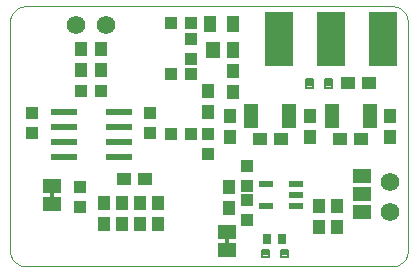
<source format=gts>
G75*
G70*
%OFA0B0*%
%FSLAX24Y24*%
%IPPOS*%
%LPD*%
%AMOC8*
5,1,8,0,0,1.08239X$1,22.5*
%
%ADD10C,0.0020*%
%ADD11R,0.0500X0.0220*%
%ADD12R,0.0433X0.0394*%
%ADD13R,0.0400X0.0450*%
%ADD14R,0.0630X0.0460*%
%ADD15R,0.0160X0.0160*%
%ADD16C,0.0079*%
%ADD17R,0.0276X0.0354*%
%ADD18R,0.0860X0.0220*%
%ADD19R,0.0950X0.1800*%
%ADD20R,0.0394X0.0433*%
%ADD21R,0.0394X0.0567*%
%ADD22R,0.0472X0.0567*%
%ADD23R,0.0472X0.0787*%
%ADD24R,0.0450X0.0400*%
%ADD25C,0.0620*%
D10*
X006654Y000650D02*
X006654Y008311D01*
X006656Y008355D01*
X006662Y008398D01*
X006671Y008440D01*
X006684Y008482D01*
X006701Y008522D01*
X006721Y008561D01*
X006744Y008598D01*
X006771Y008632D01*
X006800Y008665D01*
X006833Y008694D01*
X006867Y008721D01*
X006904Y008744D01*
X006943Y008764D01*
X006983Y008781D01*
X007025Y008794D01*
X007067Y008803D01*
X007110Y008809D01*
X007154Y008811D01*
X019402Y008811D01*
X019446Y008809D01*
X019489Y008803D01*
X019531Y008794D01*
X019573Y008781D01*
X019613Y008764D01*
X019652Y008744D01*
X019689Y008721D01*
X019723Y008694D01*
X019756Y008665D01*
X019785Y008632D01*
X019812Y008598D01*
X019835Y008561D01*
X019855Y008522D01*
X019872Y008482D01*
X019885Y008440D01*
X019894Y008398D01*
X019900Y008355D01*
X019902Y008311D01*
X019902Y000650D01*
X019900Y000606D01*
X019894Y000563D01*
X019885Y000521D01*
X019872Y000479D01*
X019855Y000439D01*
X019835Y000400D01*
X019812Y000363D01*
X019785Y000329D01*
X019756Y000296D01*
X019723Y000267D01*
X019689Y000240D01*
X019652Y000217D01*
X019613Y000197D01*
X019573Y000180D01*
X019531Y000167D01*
X019489Y000158D01*
X019446Y000152D01*
X019402Y000150D01*
X007154Y000150D01*
X007110Y000152D01*
X007067Y000158D01*
X007025Y000167D01*
X006983Y000180D01*
X006943Y000197D01*
X006904Y000217D01*
X006867Y000240D01*
X006833Y000267D01*
X006800Y000296D01*
X006771Y000329D01*
X006744Y000363D01*
X006721Y000400D01*
X006701Y000439D01*
X006684Y000479D01*
X006671Y000521D01*
X006662Y000563D01*
X006656Y000606D01*
X006654Y000650D01*
D11*
X015168Y002140D03*
X016188Y002140D03*
X016188Y002510D03*
X016188Y002880D03*
X015168Y002880D03*
D12*
X014558Y002815D03*
X014558Y002365D03*
X014558Y001695D03*
X014558Y003485D03*
X013253Y003875D03*
X013253Y004545D03*
X011328Y004589D03*
X011328Y005258D03*
X012683Y007065D03*
X012683Y007735D03*
X007391Y005258D03*
X007391Y004589D03*
X008964Y002778D03*
X008964Y002109D03*
D13*
X009773Y002250D03*
X010373Y002250D03*
X010973Y002250D03*
X011573Y002250D03*
X011573Y001550D03*
X010973Y001550D03*
X010373Y001550D03*
X009773Y001550D03*
X013958Y002100D03*
X013958Y002800D03*
X016955Y002144D03*
X017552Y002140D03*
X017552Y001440D03*
X016955Y001444D03*
X016651Y004461D03*
X016651Y005161D03*
X019320Y005162D03*
X019320Y004462D03*
X014080Y005953D03*
X013253Y006000D03*
X014080Y006653D03*
X013253Y005300D03*
X013991Y005158D03*
X013991Y004458D03*
X009693Y006700D03*
X009013Y006680D03*
X009013Y007380D03*
X009693Y007400D03*
D14*
X018373Y003165D03*
X018373Y002565D03*
X018373Y001965D03*
X013889Y001304D03*
X013889Y000704D03*
X008041Y002211D03*
X008041Y002811D03*
D15*
X008041Y002511D03*
X013889Y001004D03*
D16*
X015039Y000703D02*
X015039Y000467D01*
X015039Y000703D02*
X015275Y000703D01*
X015275Y000467D01*
X015039Y000467D01*
X015039Y000545D02*
X015275Y000545D01*
X015275Y000623D02*
X015039Y000623D01*
X015039Y000701D02*
X015275Y000701D01*
X015669Y000703D02*
X015669Y000467D01*
X015669Y000703D02*
X015905Y000703D01*
X015905Y000467D01*
X015669Y000467D01*
X015669Y000545D02*
X015905Y000545D01*
X015905Y000623D02*
X015669Y000623D01*
X015669Y000701D02*
X015905Y000701D01*
X016520Y006102D02*
X016756Y006102D01*
X016520Y006102D02*
X016520Y006398D01*
X016756Y006398D01*
X016756Y006102D01*
X016756Y006180D02*
X016520Y006180D01*
X016520Y006258D02*
X016756Y006258D01*
X016756Y006336D02*
X016520Y006336D01*
X017150Y006102D02*
X017386Y006102D01*
X017150Y006102D02*
X017150Y006398D01*
X017386Y006398D01*
X017386Y006102D01*
X017386Y006180D02*
X017150Y006180D01*
X017150Y006258D02*
X017386Y006258D01*
X017386Y006336D02*
X017150Y006336D01*
D17*
X015728Y001065D03*
X015216Y001065D03*
D18*
X010290Y003780D03*
X010290Y004280D03*
X010290Y004780D03*
X010290Y005280D03*
X008430Y005280D03*
X008430Y004780D03*
X008430Y004280D03*
X008430Y003780D03*
D19*
X015628Y007711D03*
X017353Y007711D03*
X019078Y007711D03*
D20*
X012688Y008250D03*
X012019Y008250D03*
X012019Y006550D03*
X012688Y006550D03*
X009694Y005992D03*
X009025Y005992D03*
X012019Y004550D03*
X012688Y004550D03*
D21*
X014070Y007371D03*
X014070Y008237D03*
X013322Y008237D03*
D22*
X013401Y007371D03*
D23*
X014692Y005161D03*
X015952Y005161D03*
X017373Y005162D03*
X018633Y005162D03*
D24*
X018340Y004390D03*
X017640Y004390D03*
X015672Y004383D03*
X014972Y004383D03*
X011129Y003052D03*
X010429Y003052D03*
X017903Y006250D03*
X018603Y006250D03*
D25*
X019313Y002950D03*
X019313Y001950D03*
X009853Y008190D03*
X008853Y008190D03*
M02*

</source>
